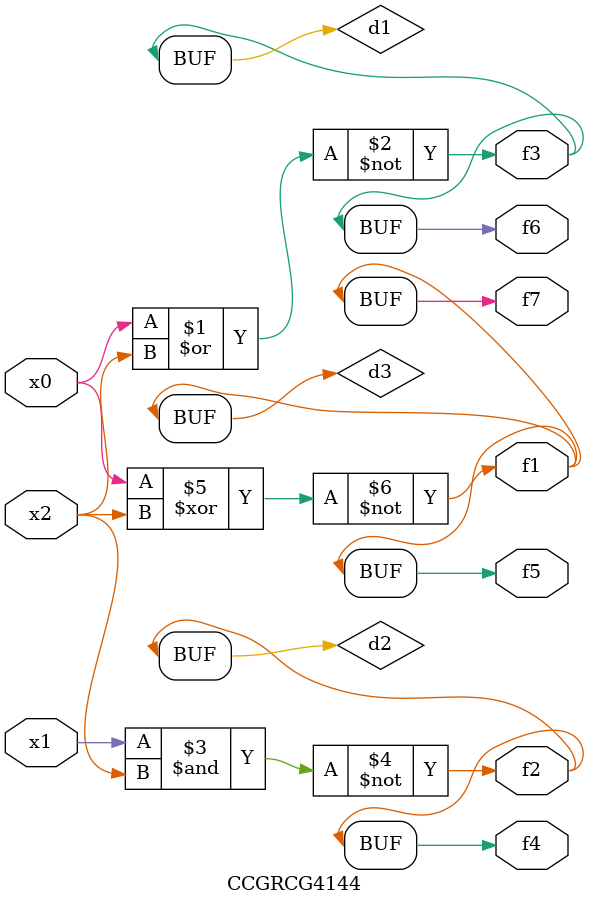
<source format=v>
module CCGRCG4144(
	input x0, x1, x2,
	output f1, f2, f3, f4, f5, f6, f7
);

	wire d1, d2, d3;

	nor (d1, x0, x2);
	nand (d2, x1, x2);
	xnor (d3, x0, x2);
	assign f1 = d3;
	assign f2 = d2;
	assign f3 = d1;
	assign f4 = d2;
	assign f5 = d3;
	assign f6 = d1;
	assign f7 = d3;
endmodule

</source>
